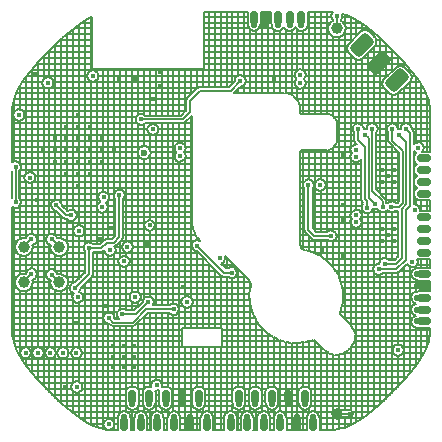
<source format=gbl>
G04*
G04 #@! TF.GenerationSoftware,Altium Limited,Altium Designer,20.0.13 (296)*
G04*
G04 Layer_Physical_Order=4*
G04 Layer_Color=16711680*
%FSLAX25Y25*%
%MOIN*%
G70*
G01*
G75*
%ADD10C,0.00787*%
%ADD12C,0.00591*%
G04:AMPARAMS|DCode=69|XSize=78.74mil|YSize=47.24mil|CornerRadius=11.81mil|HoleSize=0mil|Usage=FLASHONLY|Rotation=225.000|XOffset=0mil|YOffset=0mil|HoleType=Round|Shape=RoundedRectangle|*
%AMROUNDEDRECTD69*
21,1,0.07874,0.02362,0,0,225.0*
21,1,0.05512,0.04724,0,0,225.0*
1,1,0.02362,-0.02784,-0.01114*
1,1,0.02362,0.01114,0.02784*
1,1,0.02362,0.02784,0.01114*
1,1,0.02362,-0.01114,-0.02784*
%
%ADD69ROUNDEDRECTD69*%
%ADD70C,0.02362*%
%ADD71C,0.01772*%
%ADD72C,0.02165*%
G04:AMPARAMS|DCode=73|XSize=23.62mil|YSize=47.24mil|CornerRadius=5.91mil|HoleSize=0mil|Usage=FLASHONLY|Rotation=0.000|XOffset=0mil|YOffset=0mil|HoleType=Round|Shape=RoundedRectangle|*
%AMROUNDEDRECTD73*
21,1,0.02362,0.03543,0,0,0.0*
21,1,0.01181,0.04724,0,0,0.0*
1,1,0.01181,0.00591,-0.01772*
1,1,0.01181,-0.00591,-0.01772*
1,1,0.01181,-0.00591,0.01772*
1,1,0.01181,0.00591,0.01772*
%
%ADD73ROUNDEDRECTD73*%
G04:AMPARAMS|DCode=74|XSize=23.62mil|YSize=47.24mil|CornerRadius=5.91mil|HoleSize=0mil|Usage=FLASHONLY|Rotation=90.000|XOffset=0mil|YOffset=0mil|HoleType=Round|Shape=RoundedRectangle|*
%AMROUNDEDRECTD74*
21,1,0.02362,0.03543,0,0,90.0*
21,1,0.01181,0.04724,0,0,90.0*
1,1,0.01181,0.01772,0.00591*
1,1,0.01181,0.01772,-0.00591*
1,1,0.01181,-0.01772,-0.00591*
1,1,0.01181,-0.01772,0.00591*
%
%ADD74ROUNDEDRECTD74*%
%ADD75C,0.03937*%
D10*
X135264Y119617D02*
X135099Y120446D01*
X134630Y121149D01*
Y118086D02*
X135099Y118789D01*
X135264Y119617D01*
X132960Y122819D02*
X131989Y123379D01*
X130868D01*
X129897Y122819D01*
X127670Y114189D02*
X128641Y113628D01*
X129762D01*
X130733Y114189D01*
X135335Y102362D02*
X135070Y103321D01*
X134351Y104009D01*
X133381Y104230D01*
X132435Y103923D01*
X131780Y103174D01*
X131602Y102196D01*
X130603D01*
X121149Y134630D02*
X120178Y135190D01*
X119057D01*
X118086Y134630D01*
X123453Y131429D02*
X123288Y132257D01*
X122819Y132960D01*
Y129897D02*
X123288Y130600D01*
X123453Y131429D01*
X130610Y102362D02*
X130319Y103364D01*
X129536Y104054D01*
X128505Y104218D01*
X127548Y103803D01*
X126961Y102939D01*
X126929Y101896D01*
X127461Y100998D01*
X126000Y118921D02*
X125440Y117951D01*
Y116830D01*
X126000Y115859D01*
X123917Y102362D02*
X123653Y103321D01*
X122934Y104009D01*
X121964Y104230D01*
X121018Y103923D01*
X120363Y103174D01*
X120185Y102196D01*
X123327Y100998D02*
X123763Y101619D01*
X123917Y102362D01*
X119193D02*
X118902Y103364D01*
X118119Y104054D01*
X117088Y104218D01*
X116130Y103803D01*
X115544Y102939D01*
X115512Y101896D01*
X116043Y100998D01*
X138666Y94685D02*
X139113Y95310D01*
X139272Y96063D01*
X139046Y96953D01*
X138424Y97629D01*
X137555Y97927D01*
X136650Y97775D01*
X135925Y97211D01*
X136836Y90551D02*
X136242Y89973D01*
X136024Y89173D01*
Y91929D02*
X136242Y91129D01*
X136836Y90551D01*
X136024Y87992D02*
X136242Y87192D01*
X136836Y86614D01*
X135925Y101038D02*
X135550Y101943D01*
X135925Y94915D02*
X136636Y94357D01*
X135925Y101038D02*
X135550Y101943D01*
X136636Y94357D02*
X136024Y93110D01*
X136836Y86614D02*
X136242Y86036D01*
X136024Y85236D01*
Y80118D02*
X136485Y79005D01*
X137598Y78543D01*
X138049Y75000D02*
X138091Y75394D01*
X137788Y76413D01*
X136979Y77103D01*
X135925Y77240D01*
X136024Y84055D02*
X136242Y83255D01*
X136836Y82677D01*
Y82677D02*
X136242Y82099D01*
X136024Y81299D01*
X120185Y102196D02*
X119185D01*
X127461Y98425D02*
X127835Y97520D01*
X127461Y98425D02*
X127835Y97520D01*
X126772Y78248D02*
X126397Y79153D01*
X129809Y77658D02*
X128892Y78194D01*
X127831Y78145D01*
X126969Y77526D01*
Y75230D02*
X127831Y74611D01*
X128892Y74562D01*
X129809Y75098D01*
X126772Y78248D02*
X126397Y79153D01*
X119095Y77447D02*
X118577Y76602D01*
X118564Y75611D01*
X119059Y74753D01*
X119923Y74268D01*
X120913Y74292D01*
X121752Y74819D01*
X122204Y75700D01*
X122969Y75595D01*
X123711Y75809D01*
X124261Y74970D01*
X125165Y74537D01*
X126163Y74633D01*
X126969Y75230D01*
X113189Y135827D02*
X112985Y136906D01*
X112400Y137836D01*
X111516Y138488D01*
X112106Y140059D02*
X111965Y140773D01*
X108863Y141328D02*
X108413Y140476D01*
X108448Y139513D01*
X108957Y138695D01*
X111516D02*
X111952Y139316D01*
X112106Y140059D01*
X100491Y137048D02*
X100591Y137598D01*
X114189Y130733D02*
X113628Y129762D01*
Y128641D01*
X114189Y127670D01*
X115859Y126000D02*
X116830Y125440D01*
X117951D01*
X118921Y126000D01*
X108957Y138488D02*
X108168Y137934D01*
X107599Y137155D01*
X107312Y136235D01*
X107336Y135271D01*
X107670Y134366D01*
X108277Y133617D01*
X109094Y133104D01*
X110032Y132881D01*
X110992Y132972D01*
X111871Y133368D01*
X112576Y134026D01*
X113031Y134876D01*
X113189Y135827D01*
X99902Y117618D02*
X99743Y118371D01*
X99296Y118996D01*
Y118996D02*
X99743Y119621D01*
X99902Y120374D01*
X92520Y136476D02*
X93069Y135603D01*
X93972Y135105D01*
X95004D01*
X95907Y135603D01*
X96457Y136476D01*
X88485Y137048D02*
X88733Y136124D01*
X89370Y135410D01*
X90261Y135060D01*
X91214Y135149D01*
X92025Y135657D01*
X92520Y136476D01*
X96457D02*
X96952Y135657D01*
X97763Y135149D01*
X98715Y135060D01*
X99606Y135410D01*
X100244Y136124D01*
X100491Y137048D01*
X88386Y137598D02*
X88485Y137048D01*
X84743D02*
X84842Y137598D01*
X80512D02*
X80611Y137048D01*
X80907Y136039D01*
X81660Y135307D01*
X82677Y135039D01*
X83694Y135307D01*
X84447Y136039D01*
X84743Y137048D01*
X96767Y118996D02*
X96225Y118101D01*
X96248Y117055D01*
X96830Y116185D01*
X97788Y115764D01*
X98822Y115923D01*
X99609Y116613D01*
X99902Y117618D01*
Y120374D02*
X99609Y121379D01*
X98822Y122069D01*
X97788Y122228D01*
X96830Y121807D01*
X96248Y120937D01*
X96225Y119891D01*
X96767Y118996D01*
X77992Y116438D02*
X78952Y116668D01*
X79661Y117355D01*
X79921Y118307D01*
X79666Y119251D01*
X78969Y119937D01*
X78021Y120177D01*
X77082Y119906D01*
X76407Y119199D01*
X76182Y118247D01*
X116043Y98622D02*
X116418Y97717D01*
X116043Y98622D02*
X116418Y97717D01*
X118405Y78937D02*
X118780Y78032D01*
X118405Y78937D02*
X118780Y78032D01*
X116912Y97223D02*
X115818Y97057D01*
X115009Y96300D01*
X114770Y95220D01*
X115184Y94193D01*
Y94193D02*
X114795Y93353D01*
X114857Y92430D01*
X115353Y91650D01*
X116163Y91202D01*
X117088Y91198D01*
X117902Y91637D01*
X118405Y92413D01*
X118084Y72441D02*
X118504Y73622D01*
Y71260D02*
X118084Y72441D01*
X118504Y73622D02*
X118232Y74594D01*
X117494Y75283D01*
X116506Y75488D01*
X115555Y75150D01*
X114918Y74366D01*
X114781Y73366D01*
X115184Y72441D01*
Y72441D02*
X114781Y71516D01*
X114918Y70516D01*
X115555Y69732D01*
X116506Y69394D01*
X117494Y69599D01*
X118232Y70288D01*
X118504Y71260D01*
X106595Y83661D02*
X106344Y84597D01*
X105659Y85281D01*
X104724Y85532D01*
X103789Y85281D01*
X103105Y84597D01*
X102854Y83661D01*
X103105Y82726D01*
X103789Y82042D01*
X104724Y81791D01*
X105659Y82042D01*
X106344Y82726D01*
X106595Y83661D01*
X102165Y82397D02*
X102657Y83661D01*
X102377Y84647D01*
X101619Y85336D01*
X100612Y85523D01*
X99658Y85152D01*
X99042Y84333D01*
X98950Y83313D01*
X99410Y82397D01*
X136962Y58993D02*
X137598Y58858D01*
X137205Y58071D02*
X136962Y58993D01*
X137598Y56102D02*
X137048Y56003D01*
X133598Y57379D02*
X134219Y56570D01*
X135173Y56208D01*
X136175Y56400D01*
X136926Y57090D01*
X137205Y58071D01*
X137048Y51871D02*
X137598Y51772D01*
X137048Y56003D02*
X136039Y55707D01*
X135307Y54954D01*
X135039Y53937D01*
X135307Y52920D01*
X136039Y52167D01*
X137048Y51871D01*
X137598Y48228D02*
X137048Y48129D01*
X136124Y47881D01*
X135410Y47244D01*
X135060Y46353D01*
X135149Y45400D01*
X135657Y44589D01*
X136476Y44094D01*
X129921Y54232D02*
X130826Y54607D01*
X129921Y54232D02*
X130826Y54607D01*
X136476Y44094D02*
X135603Y43545D01*
X135105Y42642D01*
Y41610D01*
X135603Y40707D01*
X136476Y40157D01*
X127545Y58760D02*
X126785Y59250D01*
X125884Y59327D01*
X125052Y58971D01*
X124485Y58267D01*
X124314Y57379D01*
X124314Y57379D02*
X123403Y57198D01*
X122692Y56601D01*
X122356Y55736D01*
X122477Y54815D01*
X123026Y54067D01*
X123867Y53674D01*
X124793Y53734D01*
X125576Y54232D01*
X110138Y66693D02*
X109834Y67715D01*
X109020Y68405D01*
X107962Y68538D01*
X107003Y68071D01*
Y65315D02*
X107962Y64848D01*
X109020Y64981D01*
X109834Y65671D01*
X110138Y66693D01*
X137048Y36123D02*
X137598Y36024D01*
X136476Y40157D02*
X135657Y39663D01*
X135149Y38852D01*
X135060Y37899D01*
X135410Y37008D01*
X136124Y36371D01*
X137048Y36123D01*
X132579Y28543D02*
X132328Y29478D01*
X131644Y30163D01*
X130709Y30413D01*
X129774Y30163D01*
X129089Y29478D01*
X128839Y28543D01*
X129089Y27608D01*
X129774Y26924D01*
X130709Y26673D01*
X131644Y26924D01*
X132328Y27608D01*
X132579Y28543D01*
X115748Y7480D02*
X115373Y8385D01*
X114469Y8760D01*
Y6201D02*
X115373Y6576D01*
X115748Y7480D01*
X110236Y8760D02*
X109332Y8385D01*
X108957Y7480D01*
X109332Y6576D01*
X110236Y6201D01*
X99410Y68701D02*
X99813Y67726D01*
X99410Y68701D02*
X99813Y67726D01*
X101821Y65719D02*
X102795Y65315D01*
X101821Y65719D02*
X102795Y65315D01*
X101772Y14764D02*
X101310Y15877D01*
X100197Y16339D01*
X99016D02*
X97902Y15877D01*
X97441Y14764D01*
X90748D02*
X90287Y15877D01*
X89173Y16339D01*
X85236Y14764D02*
X84775Y15877D01*
X83661Y16339D01*
X82480D02*
X81367Y15877D01*
X80905Y14764D01*
X79724D02*
X79263Y15877D01*
X78150Y16339D01*
X101672Y10670D02*
X101772Y11220D01*
X97441D02*
X97540Y10670D01*
X97836Y9662D01*
X98590Y8929D01*
X99606Y8661D01*
X100623Y8929D01*
X101377Y9662D01*
X101672Y10670D01*
X104428Y6259D02*
X104132Y7268D01*
X103379Y8000D01*
X102362Y8268D01*
X101346Y8000D01*
X100592Y7268D01*
X100296Y6259D01*
X87992Y16339D02*
X86879Y15877D01*
X86417Y14764D01*
X90649Y10670D02*
X90748Y11220D01*
X93405Y6259D02*
X93109Y7268D01*
X92355Y8000D01*
X91339Y8268D01*
X90322Y8000D01*
X89568Y7268D01*
X89272Y6259D01*
X86517Y10670D02*
X86812Y9662D01*
X87566Y8929D01*
X88583Y8661D01*
X89599Y8929D01*
X90353Y9662D01*
X90649Y10670D01*
X104527Y5709D02*
X104428Y6259D01*
X100296D02*
X100197Y5709D01*
X93504D02*
X93405Y6259D01*
X89272D02*
X89173Y5709D01*
X87992D02*
X87893Y6259D01*
X86417Y11220D02*
X86517Y10670D01*
X85137D02*
X85236Y11220D01*
X81005Y10670D02*
X81300Y9662D01*
X82054Y8929D01*
X83071Y8661D01*
X84088Y8929D01*
X84841Y9662D01*
X85137Y10670D01*
X80905Y11220D02*
X81005Y10670D01*
X79625Y10670D02*
X79724Y11220D01*
X87893Y6259D02*
X87597Y7268D01*
X86843Y8000D01*
X85827Y8268D01*
X84810Y8000D01*
X84056Y7268D01*
X83761Y6259D01*
X83661Y5709D01*
X82480D02*
X82381Y6259D01*
X82085Y7268D01*
X81332Y8000D01*
X80315Y8268D01*
X79298Y8000D01*
X78545Y7268D01*
X78249Y6259D01*
X78150Y5709D01*
X76968D02*
X76869Y6259D01*
X64567Y116339D02*
X63662Y115964D01*
X64567Y116339D02*
X63662Y115964D01*
X60414Y112716D02*
X60039Y111811D01*
X60414Y112716D02*
X60039Y111811D01*
X58858Y104232D02*
X59763Y104607D01*
X59237Y94587D02*
X59684Y95212D01*
X59842Y95965D01*
X58858Y104232D02*
X59763Y104607D01*
X50787Y102166D02*
X50537Y103101D01*
X49852Y103785D01*
X48917Y104036D01*
X47982Y103785D01*
X47298Y103101D01*
X47047Y102166D01*
X47298Y101231D01*
X47982Y100546D01*
X48917Y100296D01*
X49852Y100546D01*
X50537Y101231D01*
X50787Y102166D01*
X59842Y95965D02*
X59550Y96969D01*
X58763Y97659D01*
X57729Y97819D01*
X56771Y97398D01*
X56189Y96528D01*
X56166Y95482D01*
X56708Y94587D01*
X48228Y94488D02*
X48014Y95428D01*
X47413Y96181D01*
X46545Y96599D01*
X45581D01*
X44713Y96181D01*
X44112Y95428D01*
X43898Y94488D01*
X44112Y93549D01*
X44713Y92795D01*
X45581Y92377D01*
X46545D01*
X47413Y92795D01*
X48014Y93549D01*
X48228Y94488D01*
X46344Y106791D02*
X45509Y107306D01*
X44528Y107326D01*
X43672Y106848D01*
X43176Y106002D01*
Y105021D01*
X43672Y104175D01*
X44528Y103697D01*
X45509Y103718D01*
X46344Y104232D01*
X59842Y93209D02*
X59684Y93961D01*
X59237Y94587D01*
X56708D02*
X56166Y93692D01*
X56189Y92646D01*
X56771Y91776D01*
X57729Y91355D01*
X58763Y91514D01*
X59550Y92204D01*
X59842Y93209D01*
X49705Y70177D02*
X49454Y71112D01*
X48770Y71797D01*
X47835Y72047D01*
X46900Y71797D01*
X46215Y71112D01*
X45965Y70177D01*
X46215Y69242D01*
X46900Y68558D01*
X47835Y68307D01*
X48770Y68558D01*
X49454Y69242D01*
X49705Y70177D01*
X77067Y54449D02*
X76763Y55471D01*
X75950Y56161D01*
X74891Y56294D01*
X73933Y55827D01*
Y53071D02*
X74891Y52604D01*
X75950Y52737D01*
X76763Y53427D01*
X77067Y54449D01*
X73032Y59252D02*
X72873Y60006D01*
X64519Y65103D02*
X63604Y65248D01*
X62732Y64935D01*
X62117Y64241D01*
X61910Y63338D01*
X62163Y62446D01*
X62812Y61786D01*
X63699Y61518D01*
X71663Y57451D02*
X72651Y58121D01*
X73032Y59252D01*
X71742Y53474D02*
X72716Y53071D01*
X71742Y53474D02*
X72716Y53071D01*
X39567Y80230D02*
X39276Y81233D01*
X38493Y81923D01*
X37462Y82086D01*
X36504Y81671D01*
X35918Y80808D01*
X35886Y79765D01*
X36417Y78867D01*
X38976D02*
X39413Y79487D01*
X39567Y80230D01*
X38602Y65335D02*
X38976Y66240D01*
X38602Y65335D02*
X38976Y66240D01*
X42323Y62992D02*
X42072Y63927D01*
X41388Y64612D01*
X40453Y64862D01*
X39518Y64612D01*
X38833Y63927D01*
X38583Y62992D01*
X38833Y62057D01*
X39518Y61373D01*
X40453Y61122D01*
X41388Y61373D01*
X42072Y62057D01*
X42323Y62992D01*
X41142Y58169D02*
X40891Y59104D01*
X40207Y59789D01*
X39272Y60039D01*
X38337Y59789D01*
X37652Y59104D01*
X37402Y58169D01*
X37652Y57234D01*
X38337Y56550D01*
X39272Y56299D01*
X40207Y56550D01*
X40891Y57234D01*
X41142Y58169D01*
X36087Y63199D02*
X36830Y63564D01*
X36087Y63199D02*
X36830Y63564D01*
X36516Y62008D02*
X36087Y63199D01*
X32780Y61876D02*
X33084Y60979D01*
X33788Y60346D01*
X34712Y60139D01*
X35618Y60411D01*
X36276Y61092D01*
X36516Y62008D01*
X30734Y119984D02*
X30483Y120919D01*
X29799Y121604D01*
X28864Y121854D01*
X27929Y121604D01*
X27244Y120919D01*
X26994Y119984D01*
X27244Y119049D01*
X27929Y118365D01*
X28864Y118114D01*
X29799Y118365D01*
X30483Y119049D01*
X30734Y119984D01*
X34449Y79528D02*
X34218Y80428D01*
X33581Y81106D01*
X32697Y81394D01*
X31783Y81220D01*
X31066Y80628D01*
X30724Y79763D01*
X30839Y78840D01*
X31386Y78088D01*
X33252Y77783D02*
X34121Y78470D01*
X34449Y79528D01*
X18602Y76870D02*
X18349Y77811D01*
X17656Y78496D01*
X16712Y78740D01*
X15774Y78476D01*
X15096Y77776D01*
X14863Y76830D01*
X15136Y75895D01*
X15844Y75225D01*
X16792Y75001D01*
X15748Y117717D02*
X15497Y118652D01*
X14813Y119336D01*
X13878Y119587D01*
X12943Y119336D01*
X12258Y118652D01*
X12008Y117717D01*
X12258Y116781D01*
X12943Y116097D01*
X13878Y115847D01*
X14813Y116097D01*
X15497Y116781D01*
X15748Y117717D01*
X9744Y86122D02*
X9494Y87057D01*
X8809Y87742D01*
X7874Y87992D01*
X6939Y87742D01*
X6255Y87057D01*
X6004Y86122D01*
X6255Y85187D01*
X6939Y84503D01*
X7874Y84252D01*
X8809Y84503D01*
X9494Y85187D01*
X9744Y86122D01*
X6102Y106988D02*
X5852Y107923D01*
X5167Y108608D01*
X4232Y108858D01*
X3297Y108608D01*
X2613Y107923D01*
X2362Y106988D01*
X2613Y106053D01*
X3297Y105369D01*
X4232Y105118D01*
X5167Y105369D01*
X5852Y106053D01*
X6102Y106988D01*
X5020Y89764D02*
X4720Y90780D01*
X3916Y91469D01*
X2867Y91612D01*
X1908Y91163D01*
X4429Y88400D02*
X4866Y89021D01*
X5020Y89764D01*
Y77854D02*
X4866Y78597D01*
X4429Y79218D01*
X33929Y76343D02*
X33751Y77138D01*
X33252Y77783D01*
X31386Y78088D02*
X30581Y77489D01*
X30201Y76560D01*
X30356Y75569D01*
X31001Y74801D01*
X31950Y74476D01*
X32930Y74688D01*
X33660Y75376D01*
X33929Y76343D01*
X33563Y65748D02*
X32658Y65373D01*
X33563Y65748D02*
X32658Y65373D01*
X23622Y73524D02*
X23320Y74542D01*
X22512Y75232D01*
X21458Y75371D01*
X20500Y74912D01*
X20302Y72342D02*
X21031Y71798D01*
X21931Y71662D01*
X22789Y71967D01*
X23401Y72641D01*
X23622Y73524D01*
X26083Y68405D02*
X25832Y69340D01*
X25148Y70025D01*
X24213Y70276D01*
X23278Y70025D01*
X22593Y69340D01*
X22343Y68405D01*
X22593Y67471D01*
X23278Y66786D01*
X24213Y66535D01*
X25148Y66786D01*
X25832Y67471D01*
X26083Y68405D01*
X19076Y72717D02*
X19980Y72342D01*
X19076Y72717D02*
X19980Y72342D01*
X31791Y61417D02*
X32696Y61792D01*
X31791Y61417D02*
X32696Y61792D01*
X29021Y63976D02*
X28180Y64492D01*
X27193Y64508D01*
X26335Y64019D01*
X25846Y63162D01*
X25862Y62174D01*
X26378Y61333D01*
X28562Y53131D02*
X28937Y54035D01*
X28562Y53131D02*
X28937Y54035D01*
X20669Y62992D02*
X20477Y64041D01*
X19925Y64952D01*
X19085Y65609D01*
X18066Y65924D01*
X17002Y65857D01*
X16573Y66773D01*
X15729Y67332D01*
X14718Y67369D01*
X13835Y66874D01*
X13340Y65991D01*
X13377Y64980D01*
X13935Y64136D01*
X14851Y63706D01*
X10335Y65551D02*
X10109Y66442D01*
X9487Y67117D01*
X8618Y67415D01*
X7712Y67263D01*
X6988Y66699D01*
X6620Y65857D01*
X1908Y76456D02*
X2867Y76006D01*
X3916Y76149D01*
X4720Y76839D01*
X5020Y77854D01*
X8771Y63706D02*
X9571Y64044D01*
X10133Y64706D01*
X10335Y65551D01*
X8858Y62992D02*
X8771Y63706D01*
X14851D02*
X14777Y62714D01*
X15036Y61753D01*
X15600Y60934D01*
X16404Y60347D01*
X17357Y60061D01*
X18351Y60108D01*
X19273Y60483D01*
X20018Y61142D01*
X20502Y62011D01*
X20669Y62992D01*
X17002Y54046D02*
X16573Y54962D01*
X15729Y55521D01*
X14718Y55558D01*
X13835Y55063D01*
X13340Y54180D01*
X13377Y53169D01*
X13935Y52325D01*
X14851Y51895D01*
X6620Y65857D02*
X5651Y65934D01*
X4711Y65692D01*
X3899Y65159D01*
X3305Y64390D01*
X2992Y63471D01*
X2994Y62500D01*
X3311Y61582D01*
X3909Y60816D01*
X4723Y60286D01*
X5665Y60049D01*
X6633Y60130D01*
X7522Y60521D01*
X8237Y61180D01*
X8698Y62034D01*
X8858Y62992D01*
X10292Y53969D02*
X10049Y54890D01*
X9383Y55572D01*
X8468Y55838D01*
X7541Y55618D01*
X6842Y54970D01*
X6554Y54062D01*
X8705Y52120D02*
X9516Y52452D01*
X10086Y53117D01*
X10292Y53969D01*
X62205Y44685D02*
X61954Y45620D01*
X61270Y46305D01*
X60335Y46555D01*
X59400Y46305D01*
X58715Y45620D01*
X58465Y44685D01*
X58715Y43750D01*
X59400Y43066D01*
X60335Y42815D01*
X61270Y43066D01*
X61954Y43750D01*
X62205Y44685D01*
X57677Y42224D02*
X57354Y43276D01*
X56495Y43963D01*
X55398Y44049D01*
X54443Y43504D01*
Y40945D02*
X55398Y40400D01*
X56495Y40486D01*
X57354Y41173D01*
X57677Y42224D01*
X76968Y16339D02*
X75855Y15877D01*
X75394Y14764D01*
X66339D02*
X65877Y15877D01*
X64764Y16339D01*
X63583D02*
X62469Y15877D01*
X62008Y14764D01*
X49213Y44587D02*
X48957Y45530D01*
X48260Y46216D01*
X47313Y46457D01*
X46373Y46186D01*
X45699Y45478D01*
X45473Y44527D01*
X48867Y43504D02*
X49213Y44587D01*
X55315Y14764D02*
X54854Y15877D01*
X53740Y16339D01*
X52067Y16929D02*
X51763Y17951D01*
X50949Y18641D01*
X49891Y18774D01*
X48932Y18307D01*
X48385Y17392D01*
X48427Y16326D01*
X51920Y16203D02*
X52067Y16929D01*
X52559Y16339D02*
X51920Y16203D01*
X47047Y16339D02*
X45934Y15877D01*
X45472Y14764D01*
X66239Y10670D02*
X66339Y11220D01*
X75493Y10670D02*
X75789Y9662D01*
X76542Y8929D01*
X77559Y8661D01*
X78576Y8929D01*
X79329Y9662D01*
X79625Y10670D01*
X75394Y11220D02*
X75493Y10670D01*
X62008Y11220D02*
X62107Y10670D01*
X62403Y9662D01*
X63157Y8929D01*
X64173Y8661D01*
X65190Y8929D01*
X65944Y9662D01*
X66239Y10670D01*
X55216D02*
X55315Y11220D01*
X76869Y6259D02*
X76573Y7268D01*
X75820Y8000D01*
X74803Y8268D01*
X73786Y8000D01*
X73033Y7268D01*
X72737Y6259D01*
X72638Y5709D01*
X68995Y6259D02*
X68700Y7268D01*
X67946Y8000D01*
X66929Y8268D01*
X65912Y8000D01*
X65159Y7268D01*
X64863Y6259D01*
X69095Y5709D02*
X68995Y6259D01*
X64863D02*
X64764Y5709D01*
X57972Y6259D02*
X57676Y7268D01*
X56922Y8000D01*
X55905Y8268D01*
X54889Y8000D01*
X54135Y7268D01*
X53839Y6259D01*
X58071Y5709D02*
X57972Y6259D01*
X51070Y15275D02*
X50984Y14764D01*
X49765Y15110D02*
X51070Y15275D01*
X51083Y10670D02*
X51379Y9662D01*
X52133Y8929D01*
X53150Y8661D01*
X54166Y8929D01*
X54920Y9662D01*
X55216Y10670D01*
X50984Y11220D02*
X51083Y10670D01*
X49803Y14764D02*
X49765Y15110D01*
X49704Y10670D02*
X49803Y11220D01*
X45572Y10670D02*
X45867Y9662D01*
X46621Y8929D01*
X47638Y8661D01*
X48654Y8929D01*
X49408Y9662D01*
X49704Y10670D01*
X45472Y11220D02*
X45572Y10670D01*
X53839Y6259D02*
X53740Y5709D01*
X52460Y6259D02*
X52164Y7268D01*
X51410Y8000D01*
X50394Y8268D01*
X49377Y8000D01*
X48623Y7268D01*
X48328Y6259D01*
X52559Y5709D02*
X52460Y6259D01*
X48328D02*
X48228Y5709D01*
X46948Y6259D02*
X46652Y7268D01*
X45899Y8000D01*
X44882Y8268D01*
X43865Y8000D01*
X43112Y7268D01*
X42816Y6259D01*
X47047Y5709D02*
X46948Y6259D01*
X44882Y46260D02*
X44631Y47195D01*
X43947Y47879D01*
X43012Y48130D01*
X42077Y47879D01*
X41392Y47195D01*
X41142Y46260D01*
X41392Y45325D01*
X42077Y44640D01*
X43012Y44390D01*
X43947Y44640D01*
X44631Y45325D01*
X44882Y46260D01*
X40045Y41831D02*
X39176Y42355D01*
X38161Y42347D01*
X37299Y41811D01*
X36845Y40903D01*
X36931Y39892D01*
X37533Y39075D01*
X24347Y48080D02*
X24902Y49409D01*
X25787Y46260D02*
X25604Y47067D01*
X25090Y47716D01*
X24347Y48080D01*
X22602Y47589D02*
X22096Y46684D01*
X22150Y45649D01*
X22747Y44801D01*
X23704Y44402D01*
X24726Y44574D01*
X25500Y45264D01*
X25787Y46260D01*
X42222Y36516D02*
X43126Y36891D01*
X42222Y36516D02*
X43126Y36891D01*
X36122Y39272D02*
X35868Y40212D01*
X35175Y40898D01*
X34232Y41142D01*
X33294Y40878D01*
X32616Y40178D01*
X32382Y39232D01*
X32656Y38297D01*
X33363Y37626D01*
X34312Y37402D01*
X34824Y36891D02*
X35728Y36516D01*
X34824Y36891D02*
X35728Y36516D01*
X25295Y27756D02*
X25045Y28691D01*
X24360Y29375D01*
X23425Y29626D01*
X22490Y29375D01*
X21806Y28691D01*
X21555Y27756D01*
X21806Y26821D01*
X22490Y26136D01*
X23425Y25886D01*
X24360Y26136D01*
X25045Y26821D01*
X25295Y27756D01*
X20669Y51181D02*
X20477Y52230D01*
X19925Y53141D01*
X19085Y53798D01*
X18066Y54113D01*
X17002Y54046D01*
X23091Y51279D02*
X22204Y51086D01*
X21512Y50499D01*
X21178Y49655D01*
X21280Y48753D01*
X21796Y48006D01*
X22602Y47589D01*
X14851Y51895D02*
X14777Y50903D01*
X15036Y49942D01*
X15600Y49123D01*
X16404Y48536D01*
X17357Y48250D01*
X18351Y48297D01*
X19273Y48672D01*
X20018Y49331D01*
X20502Y50200D01*
X20669Y51181D01*
X8858D02*
X8705Y52120D01*
X6554Y54062D02*
X5588Y54117D01*
X4657Y53857D01*
X3860Y53310D01*
X3282Y52535D01*
X2985Y51615D01*
X3001Y50649D01*
X3329Y49739D01*
X3933Y48984D01*
X4748Y48465D01*
X5688Y48236D01*
X6651Y48324D01*
X7534Y48718D01*
X8242Y49376D01*
X8700Y50227D01*
X8858Y51181D01*
X20768Y27756D02*
X20517Y28691D01*
X19833Y29375D01*
X18898Y29626D01*
X17963Y29375D01*
X17278Y28691D01*
X17028Y27756D01*
X17278Y26821D01*
X17963Y26136D01*
X18898Y25886D01*
X19833Y26136D01*
X20517Y26821D01*
X20768Y27756D01*
X12500D02*
X12250Y28691D01*
X11565Y29375D01*
X10630Y29626D01*
X9695Y29375D01*
X9010Y28691D01*
X8760Y27756D01*
X9010Y26821D01*
X9695Y26136D01*
X10630Y25886D01*
X11565Y26136D01*
X12250Y26821D01*
X12500Y27756D01*
X16634D02*
X16383Y28691D01*
X15699Y29375D01*
X14764Y29626D01*
X13829Y29375D01*
X13144Y28691D01*
X12894Y27756D01*
X13144Y26821D01*
X13829Y26136D01*
X14764Y25886D01*
X15699Y26136D01*
X16383Y26821D01*
X16634Y27756D01*
X8366D02*
X8116Y28691D01*
X7431Y29375D01*
X6496Y29626D01*
X5561Y29375D01*
X4876Y28691D01*
X4626Y27756D01*
X4876Y26821D01*
X5561Y26136D01*
X6496Y25886D01*
X7431Y26136D01*
X8116Y26821D01*
X8366Y27756D01*
X44291Y14764D02*
X43830Y15877D01*
X42717Y16339D01*
X44192Y10670D02*
X44291Y11220D01*
X42816Y6259D02*
X42717Y5709D01*
X40060Y10670D02*
X40356Y9662D01*
X41109Y8929D01*
X42126Y8661D01*
X43143Y8929D01*
X43896Y9662D01*
X44192Y10670D01*
X41535Y16339D02*
X40422Y15877D01*
X39961Y14764D01*
Y11220D02*
X40060Y10670D01*
X41436Y6259D02*
X41140Y7268D01*
X40387Y8000D01*
X39370Y8268D01*
X38353Y8000D01*
X37600Y7268D01*
X37304Y6259D01*
X41535Y5709D02*
X41436Y6259D01*
X37304D02*
X37205Y5709D01*
X36122Y3839D02*
X35849Y4812D01*
X35109Y5500D01*
X34119Y5704D01*
X33168Y5362D01*
X32533Y4576D01*
X32401Y3574D01*
X32809Y2649D01*
X33638Y2072D01*
X34451Y1979D02*
X35300Y2290D01*
X35904Y2962D01*
X36122Y3839D01*
X33638Y2072D02*
X34451Y1979D01*
X25394Y16339D02*
X25143Y17274D01*
X24459Y17958D01*
X23524Y18209D01*
X22589Y17958D01*
X21904Y17274D01*
X21654Y16339D01*
X21904Y15404D01*
X22589Y14719D01*
X23524Y14469D01*
X24459Y14719D01*
X25143Y15404D01*
X25394Y16339D01*
X134984Y121817D02*
X137233Y118839D01*
X135214Y120083D02*
X136294D01*
X137233Y118839D02*
X138288Y117299D01*
X132600Y124688D02*
X134984Y121817D01*
X138665Y116748D02*
X139335Y115593D01*
X138288Y117299D02*
X138665Y116748D01*
X139335Y115593D02*
X139916Y114391D01*
X134658Y118114D02*
X137729D01*
X132690Y116146D02*
X139014D01*
X130085Y127447D02*
X132600Y124688D01*
X130578Y123279D02*
Y126907D01*
X132546Y123143D02*
Y124747D01*
X127446Y130086D02*
X130085Y127447D01*
X128609Y121531D02*
Y128923D01*
X133727Y122052D02*
X134790D01*
X134515Y121264D02*
Y122382D01*
X132960Y122819D02*
X134630Y121149D01*
X130733Y114189D02*
X134630Y118086D01*
X140801Y111874D02*
X141099Y110572D01*
X140406Y113149D02*
X140801Y111874D01*
X140420Y94685D02*
Y113103D01*
X130721Y114178D02*
X140000D01*
X139916Y114391D02*
X140406Y113149D01*
X141399Y107253D02*
Y107921D01*
X141299Y109252D02*
X141399Y107921D01*
Y94664D02*
Y107253D01*
X141099Y110572D02*
X141299Y109252D01*
X135335Y102366D02*
X141399D01*
X136483Y97692D02*
Y119832D01*
X134515Y103910D02*
Y117971D01*
X138452Y97610D02*
Y117060D01*
X132546Y103991D02*
Y116003D01*
X130610Y102366D02*
X131595D01*
X128609Y104228D02*
Y113637D01*
X130578Y102710D02*
Y114048D01*
X124688Y132600D02*
X127446Y130086D01*
X123403Y131894D02*
X125463D01*
X126641Y119562D02*
Y130820D01*
X121817Y134985D02*
X124688Y132600D01*
X122847Y129926D02*
X127606D01*
X118910Y125988D02*
X131415D01*
X120879Y127957D02*
X129575D01*
X126000Y118921D02*
X129897Y122819D01*
X98858Y122052D02*
X129130D01*
X99879Y120083D02*
X127161D01*
X118838Y137234D02*
X121817Y134985D01*
X120735Y134953D02*
Y135801D01*
X121149Y134630D02*
X122819Y132960D01*
X113189Y135831D02*
X120696D01*
X122704Y133075D02*
Y134248D01*
X121916Y133862D02*
X123168D01*
X118921Y126000D02*
X122819Y129897D01*
X97870Y110240D02*
X141149D01*
X126000Y115859D02*
X127670Y114189D01*
X126641Y78812D02*
Y115219D01*
X94020Y114178D02*
X127682D01*
X96889Y112209D02*
X140697D01*
X110236Y104335D02*
X141399D01*
X123917Y102366D02*
X126870D01*
X98076Y108272D02*
X141372D01*
X109258Y106304D02*
X141399D01*
X122704Y104113D02*
Y129782D01*
X124672Y80878D02*
Y132613D01*
X99835Y118114D02*
X125490D01*
X120735Y103695D02*
Y127813D01*
X119193Y102366D02*
X120177D01*
X99185Y116146D02*
X125759D01*
X139229Y96461D02*
X141399D01*
X138666Y94685D02*
X141142D01*
X135925Y98430D02*
X141399D01*
X135925Y100398D02*
X141399D01*
X135925Y90556D02*
X136828D01*
X135925Y86619D02*
X136828D01*
X135925Y97211D02*
Y101038D01*
X135325Y102168D02*
X135550Y101943D01*
X136024Y91929D02*
Y93110D01*
X136483Y90285D02*
Y90817D01*
X135925Y94493D02*
X136386D01*
X136024Y87992D02*
Y89173D01*
X137598Y78543D02*
X141142D01*
X140420Y75000D02*
Y78543D01*
X141399Y74979D02*
Y78564D01*
X138049Y75000D02*
X141142D01*
X138452D02*
Y78543D01*
X137480Y76776D02*
X141399D01*
X136483Y86348D02*
Y86880D01*
X136024Y84055D02*
Y85236D01*
X136483Y82411D02*
Y82943D01*
X135925Y77240D02*
Y94877D01*
X136024Y80118D02*
Y81299D01*
X136483Y77245D02*
Y79006D01*
X135925Y82682D02*
X136828D01*
X135925Y78745D02*
X136828D01*
X127835Y97520D02*
X131004Y94352D01*
X123327Y94493D02*
X130863D01*
X123327Y92524D02*
X131004D01*
X123327Y90556D02*
X131004D01*
X123327Y88587D02*
X131004D01*
X124837Y80713D02*
X131004D01*
X123327Y82682D02*
X131004D01*
X126671Y78745D02*
X131004D01*
X123327Y86619D02*
X131004D01*
X123327Y84650D02*
X131004D01*
X127461Y98425D02*
Y100998D01*
X123327Y98430D02*
X127461D01*
X123327Y82223D02*
Y100998D01*
Y100398D02*
X127461D01*
X123327Y96461D02*
X128895D01*
X123327Y82223D02*
X126397Y79153D01*
X131004Y78188D02*
Y94352D01*
X130578Y77761D02*
Y94778D01*
X130474Y77658D02*
X131004Y78188D01*
X129809Y77658D02*
X130474D01*
X129460Y74808D02*
X130709D01*
X129809Y75098D02*
X130709D01*
X118332Y72839D02*
X130709D01*
X118463Y70871D02*
X130709D01*
X128609Y78241D02*
Y96747D01*
X126772Y77742D02*
Y78248D01*
X118780Y78032D02*
X119095Y77718D01*
X126507Y74808D02*
X127429D01*
X118080D02*
X119006D01*
X121742D02*
X124477D01*
X114391Y139917D02*
X115593Y139336D01*
X113149Y140406D02*
X114391Y139917D01*
X115593Y139336D02*
X116748Y138666D01*
X112083Y139768D02*
X114699D01*
X111965Y140773D02*
X113149Y140406D01*
X112861Y137179D02*
Y140495D01*
X117299Y138288D02*
X118838Y137234D01*
X116748Y138666D02*
X117299Y138288D01*
X118767Y135090D02*
Y137283D01*
X112433Y137800D02*
X118012D01*
X107920Y141399D02*
X108863Y141328D01*
X100569Y141399D02*
X107920D01*
X100591Y137598D02*
Y141142D01*
Y139768D02*
X108389D01*
X100591Y137800D02*
X108039D01*
X100052Y135831D02*
X107283D01*
X116798Y133342D02*
Y138631D01*
X114830Y131373D02*
Y139705D01*
X114189Y130733D02*
X118086Y134630D01*
X112441Y133862D02*
X117319D01*
X116798Y104157D02*
Y125448D01*
X118767Y103551D02*
Y125859D01*
X114189Y127670D02*
X115859Y126000D01*
X114830Y95866D02*
Y127030D01*
X104987Y107492D02*
Y141399D01*
X106956Y107481D02*
Y141399D01*
X101050Y107492D02*
Y141399D01*
X103019Y107492D02*
Y141399D01*
X108924Y106637D02*
Y133182D01*
X99082Y121921D02*
Y135146D01*
Y107492D02*
Y116071D01*
X84821Y141399D02*
X88407D01*
X96115Y135831D02*
X96799D01*
X92178D02*
X92862D01*
X97113Y122003D02*
Y135509D01*
X84304Y135831D02*
X88925D01*
X78637Y120083D02*
X96184D01*
X84842Y137598D02*
Y141142D01*
X80512Y137598D02*
Y141142D01*
X88386Y137598D02*
Y141142D01*
X77428Y120070D02*
Y141399D01*
X79397Y119606D02*
Y141399D01*
X84842Y137800D02*
X88386D01*
X84842Y139768D02*
X88386D01*
X95145Y113707D02*
Y135146D01*
X79911Y118114D02*
X96228D01*
X93176Y114381D02*
Y135509D01*
X95201Y113683D02*
X95846Y113253D01*
X94172Y114147D02*
X94889Y113850D01*
X97113Y111876D02*
Y115989D01*
X77700Y116146D02*
X96878D01*
X93073Y114401D02*
X93833Y114250D01*
X87271Y114436D02*
Y141399D01*
X85302Y114436D02*
Y141399D01*
X89239Y114436D02*
Y135509D01*
X81365Y114436D02*
Y135509D01*
X83334Y114436D02*
Y135146D01*
X79397Y114436D02*
Y117008D01*
X91208Y114436D02*
Y135146D01*
X77428Y114436D02*
Y115875D01*
X110281Y102366D02*
X115453D01*
X110281Y98993D02*
Y103717D01*
X116043Y98622D02*
Y100998D01*
X110143Y104800D02*
X110281Y104109D01*
Y103717D02*
Y104109D01*
X116418Y97717D02*
X116912Y97223D01*
X110281Y100398D02*
X116043D01*
X110246Y98430D02*
X116058D01*
X108898Y106663D02*
X109452Y106110D01*
X108312Y107055D02*
X108898Y106663D01*
X109452Y106110D02*
X109843Y105524D01*
X106897Y107492D02*
X107589Y107355D01*
X108312Y107055D01*
X110281Y98601D02*
Y98993D01*
X109843Y105524D02*
X110143Y104800D01*
Y97910D02*
X110281Y98601D01*
X109843Y97186D02*
X110143Y97910D01*
X109452Y96601D02*
X109843Y97186D01*
X118405Y78937D02*
Y92413D01*
X118767Y77038D02*
Y78046D01*
X109312Y96461D02*
X115112D01*
X108898Y96047D02*
X109452Y96601D01*
X108312Y95655D02*
X108898Y96047D01*
X107588Y95355D02*
X108312Y95655D01*
X107155Y95269D02*
X107588Y95355D01*
X116798Y75485D02*
Y91149D01*
X114830Y93504D02*
Y94882D01*
Y74114D02*
Y92520D01*
X106506Y95218D02*
X106897Y95218D01*
X114830Y71752D02*
Y73130D01*
X98327Y107492D02*
X106897D01*
X98327Y95218D02*
X106506D01*
X104987Y85513D02*
Y95218D01*
X98076Y94493D02*
X114985D01*
X98076Y92524D02*
X114829D01*
X98076Y90556D02*
X118405D01*
X102375Y84650D02*
X103137D01*
X106312D02*
X118405D01*
X98076Y88587D02*
X118405D01*
X98076Y86619D02*
X118405D01*
X97890Y110194D02*
X98041Y109433D01*
X97490Y111249D02*
X97787Y110532D01*
X98076Y108693D02*
Y109080D01*
X96119Y113028D02*
X96668Y112480D01*
X96892Y112206D02*
X97323Y111561D01*
X101050Y85513D02*
Y95218D01*
X99082Y84428D02*
Y95218D01*
X103019Y84428D02*
Y95218D01*
X98076Y107743D02*
Y108693D01*
Y84650D02*
X99200D01*
X106317Y82682D02*
X118405D01*
X102380D02*
X103132D01*
X102165Y80713D02*
X118405D01*
X102165Y74808D02*
X115188D01*
X102165Y72839D02*
X114936D01*
X102165Y70871D02*
X114805D01*
X102165Y78745D02*
X118420D01*
X102165Y76776D02*
X118637D01*
X98076Y82682D02*
X99195D01*
X102165Y69271D02*
Y82397D01*
X98076Y80713D02*
X99410D01*
X98076Y78745D02*
X99410D01*
X98076Y70871D02*
X99410D01*
X98076Y72839D02*
X99410D01*
X98076Y68902D02*
X99410D01*
X98076Y76776D02*
X99410D01*
X98076Y74808D02*
X99410D01*
X140420Y56102D02*
Y58858D01*
X138452Y56102D02*
Y58858D01*
X141399Y56081D02*
Y58879D01*
X137598Y58858D02*
X141142D01*
X136927Y57091D02*
X141399D01*
X137598Y56102D02*
X141142D01*
X136483Y55908D02*
Y56595D01*
X130709Y59878D02*
Y75098D01*
X130578Y59746D02*
Y75098D01*
X128609Y58760D02*
Y74515D01*
X126641Y59293D02*
Y74902D01*
X124672Y58585D02*
Y74697D01*
X133310Y57091D02*
X133742D01*
X129591Y58760D02*
X130709Y59878D01*
X131342Y55123D02*
X135413D01*
X127183Y59060D02*
X129891D01*
X127545Y58760D02*
X129591D01*
X140420Y48228D02*
Y51772D01*
X141399Y48207D02*
Y51793D01*
X136483Y48034D02*
Y51966D01*
X137598Y51772D02*
X141142D01*
X138452Y48228D02*
Y51772D01*
X137598Y48228D02*
X141142D01*
X130826Y54607D02*
X133598Y57379D01*
X132546Y28891D02*
Y56327D01*
X134515Y20925D02*
Y56390D01*
X130578Y30409D02*
Y54413D01*
X128609Y14385D02*
Y54232D01*
X125576D02*
X129921D01*
X126641Y12488D02*
Y54232D01*
X108983Y64965D02*
X130709D01*
X110122Y66934D02*
X130709D01*
X122704Y56616D02*
Y75595D01*
X102535Y68902D02*
X130709D01*
X98324Y62997D02*
X130709D01*
X108264Y57091D02*
X123211D01*
X102645Y61028D02*
X130709D01*
X106072Y59060D02*
X125179D01*
X108924Y68444D02*
Y96073D01*
X102795Y65315D02*
X107003D01*
X98076Y64965D02*
X107553D01*
X109789Y55123D02*
X122383D01*
X108924Y56287D02*
Y64942D01*
X109913Y54940D02*
X110874Y53177D01*
X106964Y58378D02*
X108391Y56965D01*
X108564Y56767D02*
X109771Y55161D01*
X124672Y10695D02*
Y53699D01*
X122704Y9060D02*
Y54407D01*
X120735Y7507D02*
Y74248D01*
X110881Y53154D02*
X135193D01*
X118767Y6025D02*
Y75127D01*
X112085Y49217D02*
X141399D01*
X112284Y47249D02*
X135413D01*
X112239Y45280D02*
X135193D01*
X111629Y51186D02*
X141399D01*
X111946Y43312D02*
X135413D01*
X114830Y37149D02*
Y70768D01*
X112861Y39126D02*
Y134474D01*
X116798Y4677D02*
Y69397D01*
X110893Y53117D02*
Y132948D01*
X110982Y52938D02*
X111678Y51054D01*
X112201Y48576D02*
X112327Y46572D01*
X111751Y50802D02*
X112166Y48836D01*
X112158Y44308D02*
X112324Y46309D01*
X111662Y42092D02*
X112117Y44048D01*
X111242Y40968D02*
X111584Y41841D01*
X141299Y34056D02*
X141399Y35388D01*
Y36045D01*
X140420Y30205D02*
Y36024D01*
X137598D02*
X141142D01*
X115821Y35438D02*
X141399D01*
X141099Y32736D02*
X141299Y34056D01*
X140801Y31435D02*
X141099Y32736D01*
X140406Y30159D02*
X140801Y31435D01*
X116208Y33469D02*
X141210D01*
X115960Y31501D02*
X140816D01*
X116208Y32666D02*
Y33807D01*
X115101Y36799D02*
X115671Y35811D01*
X115851Y35375D02*
X116147Y34274D01*
X139916Y28917D02*
X140406Y30159D01*
X132296Y29532D02*
X140159D01*
X139335Y27715D02*
X139916Y28917D01*
X115851Y31097D02*
X116147Y32199D01*
X115101Y29674D02*
X115671Y30662D01*
X138665Y26560D02*
X139335Y27715D01*
X138452Y26248D02*
Y36024D01*
X136483Y23476D02*
Y36218D01*
X132301Y27564D02*
X139247D01*
X138288Y26009D02*
X138665Y26560D01*
X137233Y24469D02*
X138288Y26009D01*
X134984Y21491D02*
X137233Y24469D01*
X132600Y18620D02*
X134984Y21491D01*
X130085Y15861D02*
X132600Y18620D01*
X132546Y18561D02*
Y28195D01*
X130578Y16401D02*
Y26678D01*
X127446Y13222D02*
X130085Y15861D01*
X124688Y10708D02*
X127446Y13222D01*
X121817Y8324D02*
X124688Y10708D01*
X118838Y6074D02*
X121817Y8324D01*
X117299Y5020D02*
X118838Y6074D01*
X116748Y4642D02*
X117299Y5020D01*
X115684Y7879D02*
X121227D01*
X115593Y3973D02*
X116748Y4642D01*
X114581Y37406D02*
X135193D01*
X114411Y37576D02*
X114814Y37173D01*
X114976Y29532D02*
X129121D01*
X111389Y41343D02*
X135193D01*
X112612Y39375D02*
X135413D01*
X112431Y27564D02*
X129116D01*
X101772Y13784D02*
X128008D01*
X101772Y11816D02*
X125903D01*
X101423Y15753D02*
X129976D01*
X101476Y9847D02*
X123651D01*
X114007Y28494D02*
X114814Y29300D01*
X112646Y27637D02*
X113633Y28207D01*
X112861Y8760D02*
Y27761D01*
X111300Y40687D02*
X114411Y37576D01*
X106509Y28207D02*
X107496Y27637D01*
X111109Y27161D02*
X112210Y27456D01*
X110893Y8760D02*
Y27147D01*
X110236Y8760D02*
X114469D01*
X107932Y27456D02*
X109034Y27161D01*
X109501Y27099D02*
X110641D01*
X114830Y8708D02*
Y29324D01*
Y3604D02*
Y6253D01*
X110236Y6201D02*
X114469D01*
X114391Y3391D02*
X115593Y3973D01*
X113149Y2902D02*
X114391Y3391D01*
X111873Y2507D02*
X113149Y2902D01*
X104515Y5910D02*
X118598D01*
X104527Y3941D02*
X115529D01*
X112861Y2813D02*
Y6201D01*
X110893Y2282D02*
Y6201D01*
X103569Y7879D02*
X109020D01*
X108924Y1984D02*
Y27190D01*
X110572Y2209D02*
X111873Y2507D01*
X109251Y2009D02*
X110572Y2209D01*
X107920Y1909D02*
X109251Y2009D01*
X104516Y1973D02*
X108774D01*
X104507Y1909D02*
X107920D01*
X104987Y68071D02*
Y81810D01*
X103019Y68418D02*
Y82895D01*
X106956Y68071D02*
Y95230D01*
X102165Y69271D02*
X103366Y68071D01*
X107003D01*
X98076Y66934D02*
X100606D01*
X99813Y67726D02*
X101821Y65719D01*
X99410Y68701D02*
Y82397D01*
X98152Y63426D02*
X98275Y63084D01*
X99082Y62174D02*
Y82895D01*
X98076Y64005D02*
Y94967D01*
X98084Y63823D02*
X98152Y63426D01*
X98959Y62248D02*
X99271Y62060D01*
X98684Y62485D02*
X98959Y62248D01*
X99271Y62060D02*
X99647Y61914D01*
X98275Y63084D02*
X98454Y62767D01*
X98684Y62485D01*
X105148Y59741D02*
X106765Y58549D01*
X104987Y59831D02*
Y65315D01*
X106956Y58384D02*
Y65315D01*
X103154Y60825D02*
X104926Y59881D01*
X102621Y32007D02*
X105732Y28897D01*
X106956Y1909D02*
Y27949D01*
X105732Y28897D02*
X106135Y28494D01*
X104987Y1909D02*
Y29641D01*
X100580Y31501D02*
X103128D01*
X103019Y8161D02*
Y31610D01*
Y60869D02*
Y65315D01*
X101050Y61600D02*
Y66489D01*
X101532Y31749D02*
X102340Y32066D01*
X99824Y61870D02*
X100770Y61680D01*
X101023Y61610D02*
X102914Y60932D01*
X99486Y31234D02*
X101300Y31675D01*
X101050Y16087D02*
Y31615D01*
X99016Y16339D02*
X100197D01*
X99082D02*
Y31176D01*
X84448Y36931D02*
X85689Y35537D01*
X83257Y38672D02*
X84298Y37124D01*
X85864Y35366D02*
X87281Y34152D01*
X81628Y42555D02*
X82218Y40784D01*
X82311Y40558D02*
X83134Y38883D01*
X93196Y31385D02*
X95037Y31075D01*
X91177Y31998D02*
X92959Y31442D01*
X97389Y31000D02*
X99246Y31193D01*
X87477Y34007D02*
X89046Y32995D01*
X89259Y32877D02*
X90950Y32086D01*
X81358Y51291D02*
X81506Y50782D01*
X81059Y51797D02*
X81358Y51291D01*
X81365Y49402D02*
Y51266D01*
X76941Y55123D02*
X77756D01*
X76546Y53154D02*
X79725D01*
X81506Y50782D02*
X81524Y50195D01*
X81292Y49076D02*
X81483Y49932D01*
X81220Y44625D02*
X81566Y42791D01*
X81099Y46975D02*
X81256Y48835D01*
X81095Y46731D02*
X81191Y44867D01*
X93176Y7147D02*
Y31393D01*
X91208Y8264D02*
Y31988D01*
X95145Y1909D02*
Y31078D01*
X89239Y16337D02*
Y32892D01*
X87271Y16164D02*
Y34162D01*
X95280Y31051D02*
X97145Y30991D01*
X97113Y1909D02*
Y30992D01*
X87992Y16339D02*
X89173D01*
X83334D02*
Y38558D01*
X81365Y15876D02*
Y43856D01*
X85302Y8200D02*
Y35972D01*
X77428Y16339D02*
Y55451D01*
X79397Y15726D02*
Y53482D01*
X82480Y16339D02*
X83661D01*
X76968D02*
X78150D01*
X101772Y11220D02*
Y14764D01*
X90399Y15753D02*
X97790D01*
X90748Y11816D02*
X97441D01*
X101050Y7798D02*
Y9249D01*
X90452Y9847D02*
X97737D01*
X92546Y7879D02*
X101155D01*
X90748Y13784D02*
X97441D01*
X90748Y11220D02*
Y14764D01*
X97441Y11220D02*
Y14764D01*
X86417Y11220D02*
Y14764D01*
X87271Y7680D02*
Y9131D01*
X87034Y7879D02*
X90131D01*
X99082Y1909D02*
Y8729D01*
X93491Y5910D02*
X100210D01*
X100197Y2165D02*
Y5709D01*
X93504Y3941D02*
X100197D01*
X104527Y2165D02*
Y5709D01*
X93492Y1973D02*
X100209D01*
X93483Y1909D02*
X100218D01*
X89239Y6159D02*
Y8768D01*
X89173Y2165D02*
Y5709D01*
X87979Y5910D02*
X89186D01*
X87992Y3941D02*
X89173D01*
X87992Y2165D02*
Y5709D01*
X93504Y2165D02*
Y5709D01*
X87980Y1973D02*
X89185D01*
X87971Y1909D02*
X89194D01*
X85236Y11816D02*
X86417D01*
X85236Y13784D02*
X86417D01*
X84887Y15753D02*
X86766D01*
X85236Y11220D02*
Y14764D01*
X84940Y9847D02*
X86713D01*
X81522Y7879D02*
X84619D01*
X81365Y7981D02*
Y9561D01*
X79724Y11816D02*
X80905D01*
X79724Y11220D02*
Y14764D01*
X80905Y11220D02*
Y14764D01*
X79375Y15753D02*
X81255D01*
X79724Y13784D02*
X80905D01*
X79429Y9847D02*
X81201D01*
X79397Y8053D02*
Y9782D01*
X76010Y7879D02*
X79108D01*
X83334Y1909D02*
Y8678D01*
X82467Y5910D02*
X83674D01*
X82480Y3941D02*
X83661D01*
X82480Y2165D02*
Y5709D01*
X83661Y2165D02*
Y5709D01*
X82468Y1973D02*
X83673D01*
X82459Y1909D02*
X83683D01*
X77428D02*
Y8666D01*
X76956Y5910D02*
X78162D01*
X76968Y3941D02*
X78150D01*
X76968Y2165D02*
Y5709D01*
X78150Y2165D02*
Y5709D01*
X76957Y1973D02*
X78161D01*
X76947Y1909D02*
X78171D01*
X65945Y133862D02*
X108032D01*
X65945Y135831D02*
X81050D01*
X65945Y131894D02*
X115350D01*
X65945Y141399D02*
X80533D01*
X65945Y139768D02*
X80512D01*
X65945Y137800D02*
X80512D01*
X65945Y124020D02*
X133155D01*
X65945Y125988D02*
X115871D01*
X74273Y116339D02*
X76182Y118247D01*
X65945Y129926D02*
X113679D01*
X65945Y127957D02*
X113948D01*
X75460Y117525D02*
Y141399D01*
X73491Y116339D02*
Y141399D01*
X71523Y116339D02*
Y141399D01*
X67586Y116339D02*
Y141399D01*
X69554Y116339D02*
Y141399D01*
X65945Y122244D02*
Y141399D01*
X65617Y116339D02*
Y122244D01*
X64567Y116339D02*
X74273D01*
X75990Y114436D02*
X92720D01*
X63649Y115950D02*
Y122244D01*
X75990Y114436D02*
X77992Y116438D01*
X61680Y113982D02*
Y122244D01*
X60414Y112716D02*
X63662Y115964D01*
X59775Y96461D02*
X61973D01*
X61459Y106304D02*
X61973D01*
Y71654D02*
Y106817D01*
X59763Y104607D02*
X61973Y106817D01*
X59361Y104335D02*
X61973D01*
X60039Y108502D02*
Y111811D01*
X59712Y108175D02*
Y122244D01*
X57743Y106791D02*
Y122244D01*
X59712Y96652D02*
Y104558D01*
X58328Y106791D02*
X60039Y108502D01*
X30731Y120083D02*
X77465D01*
X28543Y122244D02*
X65945D01*
X28891Y118114D02*
X76049D01*
X8518Y122052D02*
X97205D01*
X14893Y116146D02*
X63892D01*
X3306Y114178D02*
X61876D01*
X5592Y108272D02*
X59809D01*
X46344Y104232D02*
X58858D01*
X2610Y112209D02*
X60103D01*
X2158Y110240D02*
X60039D01*
X53806Y106791D02*
Y122244D01*
X51838Y106791D02*
Y122244D01*
X55775Y106791D02*
Y122244D01*
X47901Y106791D02*
Y122244D01*
X49869Y106791D02*
Y122244D01*
X45932Y107122D02*
Y122244D01*
X43964Y107081D02*
Y122244D01*
X46344Y106791D02*
X58328D01*
X5973Y106304D02*
X43286D01*
X1908Y104335D02*
X43527D01*
X50777Y102366D02*
X61973D01*
X49869Y103776D02*
Y104232D01*
X57743Y97821D02*
Y104232D01*
X49528Y100398D02*
X61973D01*
X46956Y96461D02*
X56169D01*
X1908Y100398D02*
X48307D01*
X1908Y98430D02*
X61973D01*
X47901Y103735D02*
Y104232D01*
X41995Y64050D02*
Y122244D01*
X38058Y82065D02*
Y122244D01*
X40027Y64813D02*
Y122244D01*
X47901Y95634D02*
Y100596D01*
X45932Y96650D02*
Y103902D01*
X43964Y95019D02*
Y103942D01*
X1908Y102366D02*
X47058D01*
X1908Y96461D02*
X45170D01*
X49571Y70871D02*
X61989D01*
X59713Y92524D02*
X61973D01*
X62002Y70634D02*
X62249Y69253D01*
X39504Y80713D02*
X61973D01*
X38976Y76776D02*
X61973D01*
X62959Y67340D02*
X63671Y66132D01*
X63649Y65251D02*
Y66171D01*
X63858Y65872D02*
X64519Y65103D01*
X49203Y68902D02*
X62349D01*
X62334Y68944D02*
X62821Y67630D01*
X59332Y94493D02*
X61973D01*
X59712Y93896D02*
Y95277D01*
X48228Y94493D02*
X56613D01*
X46975Y92524D02*
X56232D01*
X47901Y72046D02*
Y93343D01*
X61973Y70953D02*
Y71654D01*
X38976Y68902D02*
X46467D01*
X75460Y56300D02*
Y57419D01*
X73022Y59060D02*
X73819D01*
X73491Y55827D02*
Y59388D01*
X71663Y57451D02*
X73287Y55827D01*
X72873Y60006D02*
X80882Y51997D01*
X73287Y55827D02*
X73933D01*
X72023Y57091D02*
X75788D01*
X72716Y53071D02*
X73933D01*
X63699Y61518D02*
X71742Y53474D01*
X42323Y62997D02*
X61950D01*
X40027Y59880D02*
Y61171D01*
X40916Y59060D02*
X66157D01*
X40800Y57091D02*
X68126D01*
X9677Y86619D02*
X61973D01*
X4844Y90556D02*
X61973D01*
X9027Y84650D02*
X61973D01*
X4603Y88587D02*
X61973D01*
X4429Y82682D02*
X61973D01*
X38976Y72839D02*
X61973D01*
X38976Y70871D02*
X46098D01*
X38976Y66934D02*
X63199D01*
X38976Y78745D02*
X61973D01*
X38976Y74808D02*
X61973D01*
X36417Y66770D02*
Y78867D01*
X1908Y94493D02*
X43898D01*
X1908Y92524D02*
X45151D01*
X33878Y76776D02*
X36417D01*
X34277Y78745D02*
X36417D01*
X26016Y68902D02*
X36417D01*
X23492Y72839D02*
X36417D01*
X25366Y66934D02*
X36417D01*
X38976Y66240D02*
Y78867D01*
X38231Y64965D02*
X62778D01*
X36239Y61028D02*
X64189D01*
X28937Y55123D02*
X70094D01*
X28585Y53154D02*
X72245D01*
X26617Y51186D02*
X81388D01*
X36830Y63564D02*
X38602Y65335D01*
X38058Y59592D02*
Y64792D01*
X35395Y65748D02*
X36417Y66770D01*
X36233Y62997D02*
X38583D01*
X28937Y59060D02*
X37627D01*
X28937Y57091D02*
X37744D01*
X25295Y137800D02*
X28543D01*
X27714Y139336D02*
X28543Y139736D01*
Y122244D02*
Y139736D01*
X20139Y133862D02*
X28543D01*
X22611Y135831D02*
X28543D01*
X17844Y131894D02*
X28543D01*
X30184Y121309D02*
Y122244D01*
X15701Y129926D02*
X28543D01*
X15705Y118114D02*
X28837D01*
X13732Y127957D02*
X28543D01*
X11892Y125988D02*
X28543D01*
X26559Y138666D02*
X27714Y139336D01*
X26008Y138288D02*
X26559Y138666D01*
X28216Y121739D02*
Y139578D01*
X24469Y137234D02*
X26008Y138288D01*
X21490Y134985D02*
X24469Y137234D01*
X18619Y132600D02*
X21490Y134985D01*
X15861Y130086D02*
X18619Y132600D01*
X14436Y119501D02*
Y128661D01*
X13222Y127447D02*
X15861Y130086D01*
X12468Y118945D02*
Y126620D01*
X36090Y81186D02*
Y122244D01*
X32153Y81348D02*
Y122244D01*
X34121Y80585D02*
Y122244D01*
X30184Y63976D02*
Y118660D01*
X36090Y66442D02*
Y79274D01*
X34025Y80713D02*
X35890D01*
X34121Y65748D02*
Y78470D01*
X24279Y70274D02*
Y137090D01*
X22310Y75309D02*
Y135604D01*
X26247Y63925D02*
Y138452D01*
X18373Y77767D02*
Y132376D01*
X20342Y75070D02*
Y134031D01*
X16405Y78711D02*
Y130581D01*
X28216Y64482D02*
Y118230D01*
X14436Y67277D02*
Y115932D01*
X10152Y124020D02*
X28543D01*
X10707Y124689D02*
X13222Y127447D01*
X8323Y121817D02*
X10707Y124689D01*
X7013Y120083D02*
X26996D01*
X6074Y118839D02*
X8323Y121817D01*
X5578Y118114D02*
X12051D01*
X5019Y117299D02*
X6074Y118839D01*
X4642Y116748D02*
X5019Y117299D01*
X4293Y116146D02*
X12863D01*
X3972Y115593D02*
X4642Y116748D01*
X3391Y114391D02*
X3972Y115593D01*
X2901Y113149D02*
X3391Y114391D01*
X4594Y108823D02*
Y116665D01*
X2506Y111874D02*
X2901Y113149D01*
X2625Y107944D02*
Y112257D01*
X2208Y110572D02*
X2506Y111874D01*
X2008Y109252D02*
X2208Y110572D01*
X1935Y108272D02*
X2873D01*
X1908Y107921D02*
X2008Y109252D01*
X1908Y107253D02*
Y107921D01*
X8531Y87873D02*
Y122067D01*
X6562Y87455D02*
Y119485D01*
X4429Y86619D02*
X6071D01*
X4794Y78745D02*
X30880D01*
X8531Y67420D02*
Y84371D01*
X6562Y65871D02*
Y84789D01*
X4429Y84650D02*
X6721D01*
X4429Y80713D02*
X31132D01*
X2625Y91559D02*
Y106032D01*
X1908Y91163D02*
Y107253D01*
X4594Y90952D02*
Y105153D01*
X1908Y106304D02*
X2492D01*
X4594Y79043D02*
Y88576D01*
X1870Y79218D02*
Y88400D01*
X4429Y79218D02*
Y88400D01*
X33127Y74808D02*
X36417D01*
X32153Y64868D02*
Y74475D01*
X23112Y74808D02*
X30991D01*
X33563Y65748D02*
X35395D01*
X19914Y64965D02*
X32250D01*
X31261Y63976D02*
X32658Y65373D01*
X18636Y76776D02*
X30239D01*
X18601Y76810D02*
X20500Y74912D01*
X18373Y65871D02*
Y73420D01*
X19980Y72342D02*
X20302D01*
X20342Y64344D02*
Y72296D01*
X29021Y63976D02*
X31261D01*
X29021Y61417D02*
X31791D01*
X28937Y61028D02*
X33053D01*
X28937Y54035D02*
Y61333D01*
X19921Y61028D02*
X26378D01*
X26247Y54435D02*
Y61469D01*
X20669Y62997D02*
X25812D01*
X24279Y52466D02*
Y66537D01*
X20342Y52533D02*
Y61640D01*
X23091Y51279D02*
X26378Y54565D01*
Y61333D01*
X20669Y51186D02*
X22446D01*
X18373Y54060D02*
Y60113D01*
X19913Y53154D02*
X24967D01*
X16792Y75001D02*
X19076Y72717D01*
X4677Y76776D02*
X14865D01*
X16405Y66945D02*
Y75029D01*
X1908Y74808D02*
X16985D01*
X1908Y72839D02*
X18954D01*
X16417Y66934D02*
X23059D01*
X8858Y62997D02*
X14764D01*
X1908Y70871D02*
X36417D01*
X1908Y68902D02*
X22410D01*
X9724Y66934D02*
X13898D01*
X4594Y65637D02*
Y76666D01*
X1908Y66934D02*
X7205D01*
X10240Y64965D02*
X13382D01*
X1908D02*
X3709D01*
X1908Y62997D02*
X2953D01*
X14436Y55466D02*
Y63826D01*
X16405Y55134D02*
Y60347D01*
X8110Y61028D02*
X15512D01*
X1908Y59060D02*
X26378D01*
X16417Y55123D02*
X26378D01*
X10105Y53154D02*
X13382D01*
X1908Y57091D02*
X26378D01*
X9893Y55123D02*
X13898D01*
X8531Y55835D02*
Y61640D01*
X6562Y54168D02*
Y60113D01*
X4594Y53826D02*
Y60347D01*
X1908Y61028D02*
X3701D01*
X1908Y55123D02*
X6950D01*
X1908Y53154D02*
X3709D01*
X1908Y51186D02*
X2953D01*
X69554Y36122D02*
Y55663D01*
X67586Y36122D02*
Y57631D01*
X71523Y36122D02*
Y53694D01*
X61604Y43312D02*
X81468D01*
X62108Y45280D02*
X81170D01*
X65617Y36122D02*
Y59600D01*
X72047Y33469D02*
X88311D01*
X72047Y35438D02*
X85808D01*
X72047Y31501D02*
X92772D01*
X57456Y41343D02*
X82032D01*
X58661Y36122D02*
X72047D01*
X61680Y45984D02*
Y106524D01*
X59712Y46448D02*
Y92521D01*
X63649Y36122D02*
Y61520D01*
X55775Y44094D02*
Y104232D01*
X59712Y36122D02*
Y42922D01*
X57329Y43312D02*
X59066D01*
X61680Y36122D02*
Y43386D01*
X75460Y15214D02*
Y52597D01*
X72047Y29724D02*
Y36122D01*
X73491Y7798D02*
Y53071D01*
X58661Y29724D02*
X72047D01*
X67586Y8161D02*
Y29724D01*
X71523Y1909D02*
Y29724D01*
X69554Y1909D02*
Y29724D01*
X65990Y15753D02*
X75743D01*
X63649Y16339D02*
Y29724D01*
X58661D02*
Y36122D01*
X65617Y16087D02*
Y29724D01*
X55775Y8264D02*
Y40355D01*
X57743Y7147D02*
Y91353D01*
X63583Y16339D02*
X64764D01*
X61680Y1909D02*
Y29724D01*
X54966Y15753D02*
X62357D01*
X59712Y1909D02*
Y29724D01*
X49079Y45280D02*
X58562D01*
X48867Y43504D02*
X54443D01*
X47181Y40945D02*
X54443D01*
X24892Y49217D02*
X81324D01*
X44599Y47249D02*
X81122D01*
X43642Y37406D02*
X84109D01*
X45610Y39375D02*
X82893D01*
X2491Y31501D02*
X58661D01*
X1908Y35438D02*
X58661D01*
X2097Y33469D02*
X58661D01*
X51838Y43504D02*
Y104232D01*
X49869Y43504D02*
Y100556D01*
X53806Y43504D02*
Y104232D01*
X47901Y46371D02*
Y68308D01*
X45932Y45815D02*
Y92327D01*
X44605Y45280D02*
X45606D01*
X42777Y41831D02*
X45473Y44527D01*
X43126Y36891D02*
X47181Y40945D01*
X25285Y27564D02*
X107711D01*
X24011Y29532D02*
X105096D01*
X53806Y16337D02*
Y40945D01*
X5303Y25595D02*
X138004D01*
X6710Y23627D02*
X136597D01*
X51891Y17721D02*
X131781D01*
X52559Y16339D02*
X53740D01*
X8197Y21658D02*
X135110D01*
X9819Y19690D02*
X133488D01*
X51838Y17826D02*
Y40945D01*
X49869Y18770D02*
Y40945D01*
X47901Y16339D02*
Y40945D01*
X45932Y15876D02*
Y39696D01*
X47047Y16339D02*
X48228D01*
X24783Y17721D02*
X48503D01*
X66339Y13784D02*
X75394D01*
X66339Y11220D02*
Y14764D01*
X75394Y11220D02*
Y14764D01*
X66339Y11816D02*
X75394D01*
X75460Y8161D02*
Y10770D01*
X66043Y9847D02*
X75689D01*
X68136Y7879D02*
X73596D01*
X62008Y11220D02*
Y14764D01*
X55315Y11220D02*
Y14764D01*
Y13784D02*
X62008D01*
X55315Y11816D02*
X62008D01*
X57113Y7879D02*
X65722D01*
X65617Y7798D02*
Y9249D01*
X55019Y9847D02*
X62304D01*
X69082Y5910D02*
X72651D01*
X69095Y3941D02*
X72638D01*
X69095Y2165D02*
Y5709D01*
X72638Y2165D02*
Y5709D01*
X69083Y1973D02*
X72650D01*
X69073Y1909D02*
X72659D01*
X58058Y5910D02*
X64777D01*
X63649Y1909D02*
Y8729D01*
X58071Y3941D02*
X64764D01*
X58071Y2165D02*
Y5709D01*
X64764Y2165D02*
Y5709D01*
X58059Y1973D02*
X64776D01*
X58050Y1909D02*
X64785D01*
X49803Y11816D02*
X50984D01*
Y11220D02*
Y14764D01*
X49803Y13784D02*
X50984D01*
X51601Y7879D02*
X54698D01*
X51838Y7680D02*
Y9131D01*
X49507Y9847D02*
X51280D01*
X49803Y11220D02*
Y14764D01*
X49869Y8200D02*
Y15088D01*
X43942Y15753D02*
X45821D01*
X45932Y7981D02*
Y9561D01*
X46089Y7879D02*
X49187D01*
X43996Y9847D02*
X45768D01*
X53806Y6160D02*
Y8768D01*
X52546Y5910D02*
X53753D01*
X52559Y3941D02*
X53740D01*
X52559Y2165D02*
Y5709D01*
X53740Y2165D02*
Y5709D01*
X52547Y1973D02*
X53752D01*
X52538Y1909D02*
X53761D01*
X47034Y5910D02*
X48241D01*
X47901Y1909D02*
Y8678D01*
X47047Y3941D02*
X48228D01*
X47047Y2165D02*
Y5709D01*
X48228Y2165D02*
Y5709D01*
X47035Y1973D02*
X48240D01*
X47026Y1909D02*
X48249D01*
X43964Y47870D02*
Y93958D01*
X41995Y47829D02*
Y61935D01*
X25505Y47249D02*
X41425D01*
X38058Y42314D02*
Y56746D01*
X40027Y41850D02*
Y56458D01*
X43964Y43017D02*
Y44650D01*
X41995Y41831D02*
Y44690D01*
X40045Y41831D02*
X42777D01*
X25510Y45280D02*
X41419D01*
X34121Y41137D02*
Y60213D01*
X24901Y49469D02*
X28562Y53131D01*
X36090Y39619D02*
Y60820D01*
X22310Y51135D02*
Y71739D01*
X36119Y39375D02*
X37228D01*
X36258Y39075D02*
X37533D01*
X22310Y47216D02*
Y47684D01*
X43964Y15725D02*
Y37728D01*
X41995Y16339D02*
Y36516D01*
X40027Y15215D02*
Y36516D01*
X38058Y7798D02*
Y36516D01*
X35728D02*
X42222D01*
X36090Y4185D02*
Y36516D01*
X30184Y2894D02*
Y61417D01*
X28216Y3730D02*
Y52784D01*
X32153Y2342D02*
Y61469D01*
X22310Y29257D02*
Y45304D01*
X26247Y4856D02*
Y50815D01*
X34312Y37402D02*
X34824Y36891D01*
X34121Y5704D02*
Y37406D01*
X24279Y29420D02*
Y44425D01*
X19921Y49217D02*
X21171D01*
X1908Y47249D02*
X22330D01*
X1908Y41343D02*
X36987D01*
X1908Y39375D02*
X32385D01*
X1908Y37406D02*
X34123D01*
X1908Y45280D02*
X22324D01*
X1908Y43312D02*
X44258D01*
X8858Y51186D02*
X14764D01*
X8110Y49217D02*
X15512D01*
X1908Y36055D02*
Y76456D01*
X2008Y34056D02*
X2208Y32736D01*
X1908Y35388D02*
X2008Y34056D01*
X2208Y32736D02*
X2506Y31435D01*
X1908Y49217D02*
X3701D01*
X1908Y35388D02*
Y36055D01*
X20342Y28944D02*
Y49829D01*
X18373Y29551D02*
Y48302D01*
X16405Y28653D02*
Y48536D01*
X14436Y29597D02*
Y52015D01*
X12468Y28102D02*
Y116489D01*
X19483Y29532D02*
X22840D01*
X15349D02*
X18312D01*
X10499Y29621D02*
Y124438D01*
X6562Y29625D02*
Y48302D01*
X8531Y21241D02*
Y49829D01*
X2625Y31051D02*
Y76059D01*
X4594Y26643D02*
Y48536D01*
X7081Y29532D02*
X10045D01*
X3148D02*
X5911D01*
X2506Y31435D02*
X2901Y30159D01*
X3391Y28917D01*
X44291Y11816D02*
X45472D01*
X44291Y11220D02*
Y14764D01*
X45472Y11220D02*
Y14764D01*
X44291Y13784D02*
X45472D01*
X43964Y8053D02*
Y9782D01*
X40577Y7879D02*
X43675D01*
X41535Y16339D02*
X42717D01*
X40027Y8161D02*
Y10769D01*
X39961Y11220D02*
Y14764D01*
X41522Y5910D02*
X42729D01*
X36119Y3941D02*
X37205D01*
X42717Y2165D02*
Y5709D01*
X41535Y2165D02*
Y5709D01*
X41995Y1909D02*
Y8666D01*
X37205Y2165D02*
Y5709D01*
X41524Y1973D02*
X42728D01*
X41535Y3941D02*
X42717D01*
X41514Y1909D02*
X42738D01*
X34533Y1973D02*
X37216D01*
X35387Y1909D02*
X37226D01*
X28916Y3391D02*
X30158Y2902D01*
X36090Y1909D02*
Y3492D01*
X27778Y3941D02*
X32385D01*
X27714Y3972D02*
X28916Y3391D01*
X32735Y2209D02*
X33638Y2072D01*
X34451Y1979D02*
X35387Y1909D01*
X30158Y2902D02*
X31434Y2507D01*
X32735Y2209D01*
X16624Y27564D02*
X17038D01*
X12490D02*
X12904D01*
X20758D02*
X21565D01*
X11215Y29532D02*
X14178D01*
X12468Y16689D02*
Y27409D01*
X24279Y18049D02*
Y26092D01*
X22310Y17761D02*
Y26255D01*
X13331Y15753D02*
X21748D01*
X11526Y17721D02*
X22264D01*
X10707Y18620D02*
X13222Y15861D01*
X8356Y27564D02*
X8770D01*
X4060D02*
X4636D01*
X4642Y26559D02*
X5019Y26009D01*
X3391Y28917D02*
X3972Y27715D01*
X4642Y26559D01*
X10499Y18870D02*
Y25890D01*
X6562Y23823D02*
Y25887D01*
X8323Y21491D02*
X10707Y18620D01*
X5019Y26009D02*
X6074Y24469D01*
X8323Y21491D01*
X25300Y15753D02*
X40310D01*
X19656Y9847D02*
X40256D01*
X15299Y13784D02*
X39961D01*
X17404Y11816D02*
X39961D01*
X24709Y5910D02*
X37218D01*
X26008Y5020D02*
X26559Y4642D01*
X27714Y3972D01*
X22080Y7879D02*
X38163D01*
X24469Y6074D02*
X26008Y5020D01*
X18373Y10932D02*
Y25961D01*
X16405Y12727D02*
Y26859D01*
X20342Y9277D02*
Y26568D01*
X14436Y14647D02*
Y25915D01*
X13222Y15861D02*
X15861Y13222D01*
X24279Y6218D02*
Y14628D01*
X22310Y7705D02*
Y14916D01*
X21490Y8324D02*
X24469Y6074D01*
X15861Y13222D02*
X18619Y10708D01*
X21490Y8324D01*
X72716Y54449D02*
X75197D01*
X63779Y63386D02*
X72716Y54449D01*
X102795Y66693D02*
X108268D01*
X100787Y68701D02*
Y83661D01*
Y68701D02*
X102795Y66693D01*
D12*
X122047Y81693D02*
X125492Y78248D01*
Y76378D02*
Y78248D01*
X119685Y78937D02*
X120374Y78248D01*
Y76083D02*
Y78248D01*
X120866Y79429D02*
X122835Y77461D01*
X120866Y79429D02*
Y99213D01*
X122835Y77461D02*
Y77461D01*
X128445Y76378D02*
X131004D01*
X132283Y77658D01*
Y94882D01*
X119685Y78937D02*
Y96260D01*
X124213Y55512D02*
X129921D01*
X46651Y42224D02*
X55807D01*
X42222Y37795D02*
X46651Y42224D01*
X35728Y37795D02*
X42222D01*
X38681Y40551D02*
X43307D01*
X47343Y44587D01*
X34252Y39272D02*
X35728Y37795D01*
X133465Y102219D02*
Y102362D01*
X129921Y55512D02*
X133169Y58760D01*
Y75197D01*
X133465Y102219D02*
X134646Y101038D01*
X130121Y57480D02*
X131988Y59347D01*
Y75689D01*
X126181Y57480D02*
X130121D01*
X134646Y76673D02*
Y94882D01*
X133169Y75197D02*
X134646Y76673D01*
X133465Y77165D02*
Y98032D01*
X131988Y75689D02*
X133465Y77165D01*
X128740Y98425D02*
X132283Y94882D01*
X131102Y100394D02*
X133465Y98032D01*
X134646Y94882D02*
X134646Y94882D01*
X128740Y98425D02*
Y102362D01*
X3150Y77854D02*
Y89764D01*
X15157Y53740D02*
X17717Y51181D01*
X5906Y62992D02*
X8465Y65551D01*
X5863Y51410D02*
X8422Y53969D01*
X110236Y7480D02*
X114469D01*
X21654Y73622D02*
X21752Y73524D01*
X19980Y73622D02*
X21654D01*
X16732Y76870D02*
X19980Y73622D01*
X27657Y54035D02*
Y62697D01*
X23031Y49409D02*
X27657Y54035D01*
Y62697D02*
X31791D01*
X33563Y64468D01*
X35925D01*
X37697Y66240D02*
Y80230D01*
X35925Y64468D02*
X37697Y66240D01*
X110236Y135827D02*
Y140059D01*
X15157Y65551D02*
X17717Y62992D01*
X134646Y94882D02*
Y101038D01*
X117323Y98622D02*
Y102362D01*
Y98622D02*
X119685Y96260D01*
X122047Y81693D02*
Y102362D01*
X119685Y100394D02*
X120866Y99213D01*
X74803Y115059D02*
X78051Y118307D01*
X64567Y115059D02*
X74803D01*
X58858Y105512D02*
X61319Y107972D01*
X44980Y105512D02*
X58858D01*
X61319Y107972D02*
Y111811D01*
X64567Y115059D01*
D69*
X118504Y130315D02*
D03*
X130315Y118504D02*
D03*
X124409Y124409D02*
D03*
D70*
X46063Y94488D02*
D03*
D71*
X125492Y76378D02*
D03*
X128445D02*
D03*
X122835Y77461D02*
D03*
X120374Y76083D02*
D03*
X89272Y119095D02*
D03*
X47835Y70177D02*
D03*
X48917Y112303D02*
D03*
X124213Y55512D02*
D03*
X55807Y42224D02*
D03*
X47343Y44587D02*
D03*
X60335Y44685D02*
D03*
X38681Y40551D02*
D03*
X34252Y39272D02*
D03*
X136221Y75394D02*
D03*
X135335Y58071D02*
D03*
X137402Y96063D02*
D03*
X130709Y28543D02*
D03*
X133465Y102362D02*
D03*
X128740D02*
D03*
X13878Y117717D02*
D03*
X51378Y121405D02*
D03*
X9547Y120768D02*
D03*
X4232Y106988D02*
D03*
X3150Y89764D02*
D03*
Y77854D02*
D03*
X15157Y53740D02*
D03*
X8465Y65551D02*
D03*
X8422Y53969D02*
D03*
X114469Y7480D02*
D03*
X50197Y16929D02*
D03*
X34252Y3839D02*
D03*
X23031Y49409D02*
D03*
X40453Y62992D02*
D03*
X39272Y58169D02*
D03*
X16732Y76870D02*
D03*
X21752Y73524D02*
D03*
X24213Y68405D02*
D03*
X24016Y107087D02*
D03*
X31890Y99213D02*
D03*
X27953D02*
D03*
X24016D02*
D03*
X20079D02*
D03*
X16142D02*
D03*
Y91339D02*
D03*
X20079D02*
D03*
X32579Y79528D02*
D03*
X37697Y80230D02*
D03*
X34906Y69193D02*
D03*
X31362Y65748D02*
D03*
X32059Y76343D02*
D03*
X27657Y62697D02*
D03*
X110236Y140059D02*
D03*
X35827Y95276D02*
D03*
X12205D02*
D03*
X24016Y83465D02*
D03*
X27953Y87402D02*
D03*
X24016D02*
D03*
X20079D02*
D03*
X31890Y91339D02*
D03*
Y95276D02*
D03*
X16142D02*
D03*
X20079Y103150D02*
D03*
X24016D02*
D03*
X27953D02*
D03*
Y91339D02*
D03*
Y95276D02*
D03*
X24016Y91339D02*
D03*
X20079Y95276D02*
D03*
X24016D02*
D03*
X34646Y62008D02*
D03*
X33465Y43209D02*
D03*
X43012Y46260D02*
D03*
X23917D02*
D03*
X37683Y118947D02*
D03*
X28864Y119984D02*
D03*
X46998Y64089D02*
D03*
X10433Y78740D02*
D03*
X15157Y65551D02*
D03*
X7874Y86122D02*
D03*
X131102Y100394D02*
D03*
X119685D02*
D03*
X117323Y102362D02*
D03*
X122047D02*
D03*
X57972Y95965D02*
D03*
X125197Y88583D02*
D03*
X129134D02*
D03*
X98032Y117618D02*
D03*
Y120374D02*
D03*
X126181Y57480D02*
D03*
X78051Y118307D02*
D03*
X57972Y93209D02*
D03*
X48917Y102166D02*
D03*
X44980Y105512D02*
D03*
X51378Y116783D02*
D03*
X43110Y119095D02*
D03*
X138189Y61024D02*
D03*
Y64961D02*
D03*
Y68898D02*
D03*
Y72835D02*
D03*
Y88583D02*
D03*
Y92520D02*
D03*
Y84646D02*
D03*
Y80709D02*
D03*
X10630Y27756D02*
D03*
X23524Y16339D02*
D03*
X23425Y37598D02*
D03*
Y27756D02*
D03*
X39173Y26378D02*
D03*
X18898Y27756D02*
D03*
X14764D02*
D03*
X6496D02*
D03*
X19587Y16339D02*
D03*
X35630Y26378D02*
D03*
Y22835D02*
D03*
Y29921D02*
D03*
X39173Y22835D02*
D03*
X42717Y26378D02*
D03*
Y22835D02*
D03*
X39173Y29921D02*
D03*
X42717D02*
D03*
X112205Y93701D02*
D03*
Y76968D02*
D03*
Y71949D02*
D03*
Y59941D02*
D03*
X116634Y93012D02*
D03*
Y95374D02*
D03*
Y73622D02*
D03*
Y71260D02*
D03*
X104724Y83661D02*
D03*
X75197Y54449D02*
D03*
X63779Y63386D02*
D03*
X100787Y83661D02*
D03*
X108268Y66693D02*
D03*
X71161Y59252D02*
D03*
X125197Y68898D02*
D03*
X129134D02*
D03*
X125197Y64961D02*
D03*
X129134D02*
D03*
X127165Y66929D02*
D03*
Y86614D02*
D03*
X129134Y84646D02*
D03*
X125197D02*
D03*
X105217Y61910D02*
D03*
X59055Y49705D02*
D03*
D72*
X90551Y137106D02*
D03*
X94488D02*
D03*
X98425D02*
D03*
X86614D02*
D03*
X82677D02*
D03*
X137106Y53937D02*
D03*
Y50000D02*
D03*
Y46063D02*
D03*
Y42126D02*
D03*
Y38189D02*
D03*
X74803Y6201D02*
D03*
X80315D02*
D03*
X85827D02*
D03*
X91339D02*
D03*
X96850D02*
D03*
X102362D02*
D03*
X77559Y10728D02*
D03*
X83071D02*
D03*
X88583D02*
D03*
X94095D02*
D03*
X99606D02*
D03*
X64173D02*
D03*
X58661D02*
D03*
X53150D02*
D03*
X47638D02*
D03*
X42126D02*
D03*
X66929Y6201D02*
D03*
X61417D02*
D03*
X55905D02*
D03*
X50394D02*
D03*
X44882D02*
D03*
X39370D02*
D03*
D73*
X66929Y3937D02*
D03*
X77559Y12992D02*
D03*
X85827Y3937D02*
D03*
X102362D02*
D03*
X55905D02*
D03*
X50394D02*
D03*
X47638Y12992D02*
D03*
X80315Y3937D02*
D03*
X96850D02*
D03*
X99606Y12992D02*
D03*
X61417Y3937D02*
D03*
X82677Y139370D02*
D03*
X90551D02*
D03*
X88583Y12992D02*
D03*
X98425Y139370D02*
D03*
X86614D02*
D03*
X53150Y12992D02*
D03*
X44882Y3937D02*
D03*
X42126Y12992D02*
D03*
X58661D02*
D03*
X74803Y3937D02*
D03*
X64173Y12992D02*
D03*
X94095D02*
D03*
X94488Y139370D02*
D03*
X91339Y3937D02*
D03*
X83071Y12992D02*
D03*
X39370Y3937D02*
D03*
D74*
X139370Y38189D02*
D03*
Y50000D02*
D03*
Y42126D02*
D03*
Y46063D02*
D03*
Y53937D02*
D03*
X139370Y80709D02*
D03*
Y84646D02*
D03*
Y92520D02*
D03*
Y88583D02*
D03*
Y61024D02*
D03*
Y64961D02*
D03*
Y72835D02*
D03*
Y68898D02*
D03*
D75*
X17717Y62992D02*
D03*
X5906Y51181D02*
D03*
X110236Y135827D02*
D03*
Y7480D02*
D03*
X5906Y62992D02*
D03*
X17717Y51181D02*
D03*
M02*

</source>
